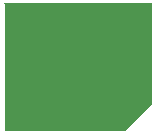
<source format=gbr>
%TF.GenerationSoftware,Altium Limited,Altium Designer,18.1.6 (161)*%
G04 Layer_Color=16711935*
%FSLAX25Y25*%
%MOIN*%
%TF.FileFunction,Keep-out,Top*%
%TF.Part,Single*%
G01*
G75*
G36*
X394500Y265500D02*
X395000Y265000D01*
Y223000D01*
X435000Y223000D01*
X444000Y232000D01*
Y265500D01*
X394500Y265500D01*
D02*
G37*
%TF.MD5,db4dfb08123a3b769abb378b524bb42b*%
M02*

</source>
